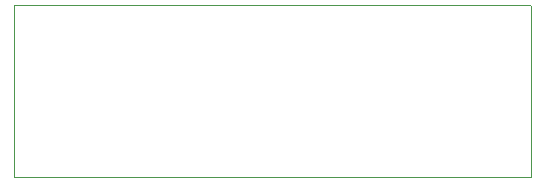
<source format=gko>
G04 Layer_Color=16711935*
%FSLAX25Y25*%
%MOIN*%
G70*
G01*
G75*
%ADD45C,0.00394*%
D45*
X-98Y98D02*
Y57480D01*
X-197Y0D02*
X-98Y98D01*
X-197Y0D02*
X172343D01*
Y57185D01*
X172047Y57480D02*
X172343Y57185D01*
X-98Y57480D02*
X172047D01*
M02*

</source>
